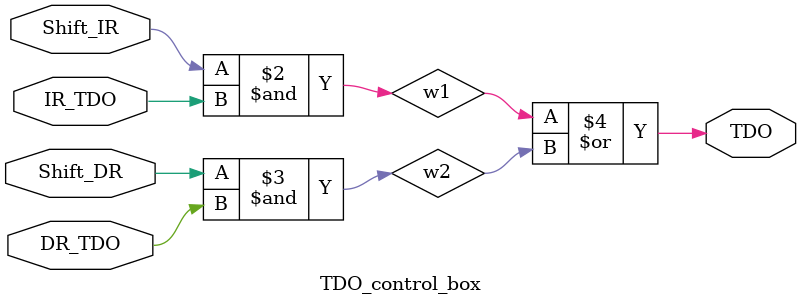
<source format=v>
module top_module (TCK,TMS,TDI,TDO);
input TCK,TMS,TDI;
output TDO;
wire Capture_DR,Shift_DR,Update_DR,Capture_IR,Shift_IR,Update_IR;
wire [4:0]IR_out;
wire IR_TDO,DR_TDO;
reg TDR_Select;
  
  tap_fsm dut0(.TCK(TCK), .TMS(TMS), .TEST_LOGIC_RESET_OUT(), .RUN_TEST_OUT(), .SELECT_DR_SCAN_OUT(), .CAPTURE_DR_OUT(Capture_DR), .SHIFT_DR_OUT(Shift_DR), .EXIT1_DR_OUT(), .PAUSE_DR_OUT(), .EXIT2_DR_OUT(), .SELECT_IR_SCAN_OUT(), .UPDATE_DR_OUT(Update_DR), .CAPTURE_IR_OUT(Capture_IR), .SHIFT_IR_OUT(Shift_IR), .EXIT1_IR_OUT(), .PAUSE_IR_OUT(), .EXIT2_IR_OUT(), .UPDATE_IR_OUT(Update_IR));
  
  Ir_jtag dut1(.TCK(TCK), .TDI(TDI), .Capture_IR(Capture_IR), .Shift_IR(Shift_IR), .Update_IR(Update_IR), .IR_out(IR_out), .IR_TDO(IR_TDO));
  
  dr_jtag dut2(.TCK(TCK), .TDR_Select(TDR_Select), .Capture_DR(Capture_DR), .Shift_DR(Shift_DR), .Update_DR(Update_DR), .TDI(TDI), .DR_out(), .DR_TDO(DR_TDO));
  
  ir_decoder dut3(.IR_out, .TDR_Select);
  
  TDO_control_box dut4(Shift_IR,Shift_DR,IR_TDO,DR_TDO,TDO);
  
endmodule



////////////////////tap fsm  ////////////////////

module tap_fsm (
  input TCK, 
  input TMS, 
  output TEST_LOGIC_RESET_OUT, 
  output RUN_TEST_OUT,
  output SELECT_DR_SCAN_OUT,
  output CAPTURE_DR_OUT,
  output SHIFT_DR_OUT,
  output EXIT1_DR_OUT,
  output PAUSE_DR_OUT,
  output EXIT2_DR_OUT,
  output UPDATE_DR_OUT,
  output SELECT_IR_SCAN_OUT,
  output CAPTURE_IR_OUT,
  output SHIFT_IR_OUT,
  output EXIT1_IR_OUT,
  output PAUSE_IR_OUT,
  output EXIT2_IR_OUT,
  output UPDATE_IR_OUT
);

  localparam TEST_LOGIC_RESET = 4'b0000;
  localparam RUN_TEST = 4'b0001;
  localparam SELECT_DR_SCAN = 4'b0010;
  localparam CAPTURE_DR = 4'b0011;
  localparam SHIFT_DR = 4'b0100;
  localparam EXIT1_DR = 4'b0101;
  localparam PAUSE_DR = 4'b0110;
  localparam EXIT2_DR = 4'b0111;
  localparam UPDATE_DR = 4'b1000;
  localparam SELECT_IR_SCAN = 4'b1001;
  localparam CAPTURE_IR = 4'b1010;
  localparam SHIFT_IR = 4'b1011;
  localparam EXIT1_IR = 4'b1100;
  localparam PAUSE_IR = 4'b1101;
  localparam EXIT2_IR = 4'b1110;
  localparam UPDATE_IR = 4'b1111;

  reg [3:0] state, next_state;

  always @(posedge TCK) 
    begin 
        state <= next_state;
     end

  always @(state,TMS)
    begin
    if (state == TEST_LOGIC_RESET) 
      begin
      next_state = TMS ?  TEST_LOGIC_RESET:RUN_TEST;
      end 
     else if (state == RUN_TEST)
       begin
         next_state= TMS ? SELECT_DR_SCAN: RUN_TEST;
       end
    else if (state == SELECT_DR_SCAN) 
      begin
      next_state = TMS ? SELECT_IR_SCAN : CAPTURE_DR;
      end 
    else if (state == CAPTURE_DR)
      begin
      next_state = TMS ? EXIT1_DR: SHIFT_DR;
      end 
     else if (state == SHIFT_DR)
       begin
       next_state = TMS ? EXIT1_DR:SHIFT_DR;
       end 
      else if (state == EXIT1_DR) 
        begin
        next_state = TMS ? UPDATE_DR : PAUSE_DR;
        end 
      else if (state == PAUSE_DR)
        begin
        next_state = TMS ? EXIT2_DR : PAUSE_DR;
        end 
      else if (state == EXIT2_DR) 
        begin
        next_state = TMS ? UPDATE_DR:SHIFT_DR;
        end 
      else if (state == UPDATE_DR)
        begin
        next_state = TMS ? SELECT_DR_SCAN : RUN_TEST;
        end 
      else if (state == SELECT_IR_SCAN)
        begin
        next_state = TMS ? TEST_LOGIC_RESET : CAPTURE_IR;
        end 
      else if (state == CAPTURE_IR) 
        begin
        next_state = TMS ? EXIT1_IR:SHIFT_IR;
        end 
      else if (state == SHIFT_IR) 
        begin
        next_state = TMS ? EXIT1_IR:SHIFT_IR;
        end 
      else if (state == EXIT1_IR)
        begin
        next_state = TMS ? UPDATE_IR : PAUSE_IR;
        end
      else if (state == PAUSE_IR)
        begin
        next_state = TMS ? EXIT2_IR : PAUSE_IR;
        end 
      else if (state == EXIT2_IR)
        begin
        next_state = TMS ? UPDATE_IR:SHIFT_IR;
        end 
      else if (state == UPDATE_IR)
        begin
        next_state = TMS ? SELECT_DR_SCAN : RUN_TEST;
        end 
      else 
        begin
        next_state = TEST_LOGIC_RESET;
        end
    end
 
      assign TEST_LOGIC_RESET_OUT = (state == TEST_LOGIC_RESET) ? 1'b1 : 1'b0;
      assign RUN_TEST_OUT = (state == RUN_TEST) ? 1'b1 :1'b0;
      assign SELECT_DR_SCAN_OUT =(state == SELECT_DR_SCAN) ? 1'b1:1'b0;
  	  assign CAPTURE_DR_OUT = (state == CAPTURE_DR) ? 1'b1:1'b0;
  	  assign SHIFT_DR_OUT =(state == SHIFT_DR) ? 1'b1:1'b0;
  	  assign EXIT1_DR_OUT =(state == EXIT1_DR) ? 1'b1:1'b0;
  	  assign PAUSE_DR_OUT =(state == PAUSE_DR ) ? 1'b1:1'b0;
  	  assign EXIT2_DR_OUT =(state == EXIT2_DR) ? 1'b1:1'b0;
  	  assign UPDATE_DR_OUT =(state == UPDATE_DR) ? 1'b1:1'b0;
      assign SELECT_IR_SCAN_OUT =(state == SELECT_IR_SCAN) ? 1'b1:1'b0;
  	  assign CAPTURE_IR_OUT =(state == SELECT_DR_SCAN) ? 1'b1:1'b0;
  	  assign SHIFT_IR_OUT =(state == SHIFT_IR) ? 1'b1:1'b0;
  	  assign EXIT1_IR_OUT =(state == EXIT1_IR) ? 1'b1:1'b0;
  	  assign PAUSE_IR_OUT =(state == PAUSE_IR ) ? 1'b1:1'b0;
   	  assign EXIT2_IR_OUT =(state == EXIT2_IR) ? 1'b1:1'b0;
  	  assign UPDATE_IR_OUT =(state == UPDATE_IR) ? 1'b1:1'b0;
  
endmodule


///////////////////  IR Register //////////////////

module Ir_jtag(input Capture_IR,
          input Shift_IR,
          input Update_IR,
          input TCK,
          input TDI,
          output [4:0]IR_out,
          output IR_TDO);
  
  reg [4:0]Shift_reg,Update_reg;
  
  always@(posedge TCK)
    begin
      if(Capture_IR)
          Shift_reg <=5'b11111;
        
      else if(Shift_IR)
          Shift_reg<={Shift_reg[3:0],TDI};
     
      else if(Update_IR)
          Update_reg<=Shift_reg;
      end
      
  assign IR_TDO = Shift_reg[4];
  assign IR_out = Update_reg;
      
endmodule


/////////////////////   DR Register  //////////////////

module dr_jtag(input TDR_Select,
          input Capture_DR,
          input Shift_DR,
          input Update_DR,
          input TCK,
          input TDI,
          output [4:0] DR_out,
          output DR_TDO);
  
  reg [4:0]Shift_reg,Update_reg;
  
  always@(posedge TCK)
    begin
      if(TDR_Select)
        begin
      		if(Capture_DR)
          		Shift_reg <=5'b11111;
        		
      		else if(Shift_DR)
          		Shift_reg<={Shift_reg[3:0],TDI};
        		
      		else if(Update_DR)
          		Update_reg<=Shift_reg;
     	 end
    end
      
  assign DR_TDO = Shift_reg[4];
  assign DR_out = Update_reg;
      
endmodule


//////////////////////   IR Decoder   ////////////////

module ir_decoder(IR_out,TDR_Select);
  input [4:0] IR_out;
  output reg TDR_Select;
  
  always @(*)
    case(IR_out)
      5'b11111:TDR_Select='d1; 
      default:TDR_Select='d0;
    endcase
endmodule



//////////////////  control box   ///////////////////

module TDO_control_box(Shift_IR,Shift_DR,IR_TDO,DR_TDO,TDO);
  input Shift_IR,Shift_DR;
  input IR_TDO,DR_TDO;
  output TDO;
  reg w1,w2;
  
  always @(*)
    begin
   	  w1 <= Shift_IR & IR_TDO;
   	  w2 <= Shift_DR & DR_TDO;
    end
  assign TDO = w1 | w2;
endmodule

</source>
